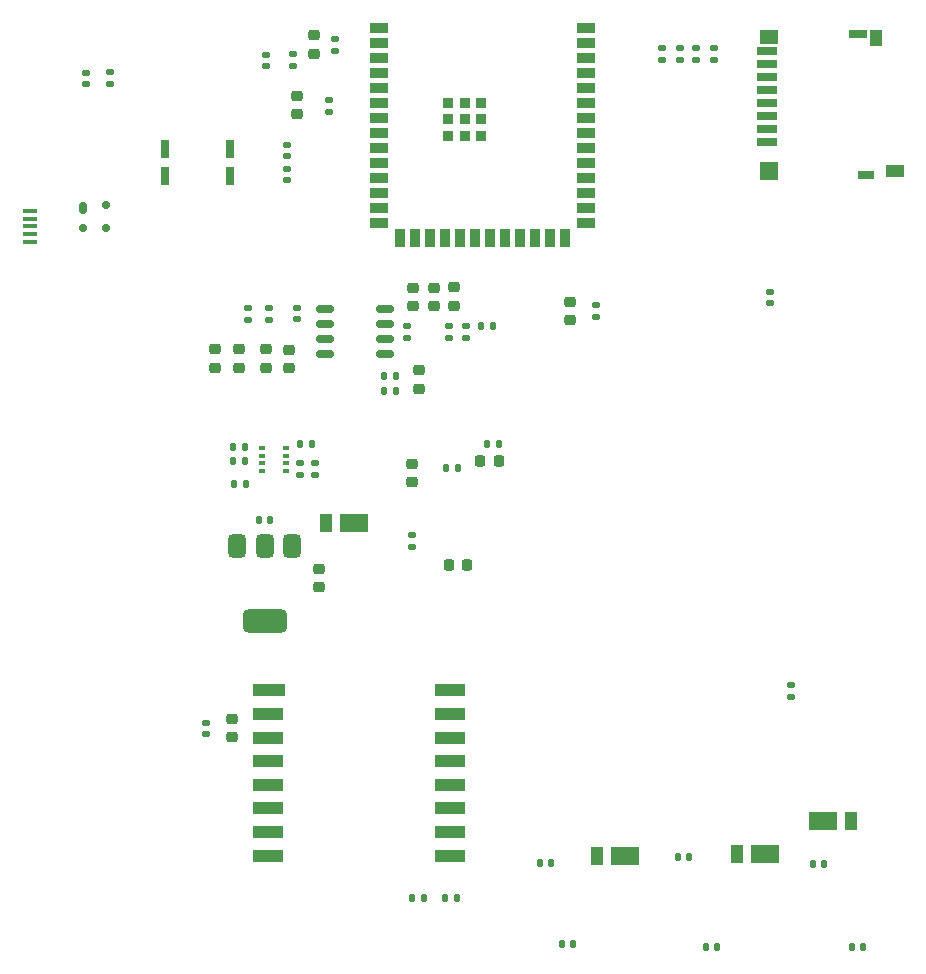
<source format=gbr>
%TF.GenerationSoftware,KiCad,Pcbnew,8.0.7*%
%TF.CreationDate,2025-02-15T14:18:58+03:00*%
%TF.ProjectId,IoT Edge Device V1,496f5420-4564-4676-9520-446576696365,rev?*%
%TF.SameCoordinates,Original*%
%TF.FileFunction,Paste,Top*%
%TF.FilePolarity,Positive*%
%FSLAX46Y46*%
G04 Gerber Fmt 4.6, Leading zero omitted, Abs format (unit mm)*
G04 Created by KiCad (PCBNEW 8.0.7) date 2025-02-15 14:18:58*
%MOMM*%
%LPD*%
G01*
G04 APERTURE LIST*
G04 Aperture macros list*
%AMRoundRect*
0 Rectangle with rounded corners*
0 $1 Rounding radius*
0 $2 $3 $4 $5 $6 $7 $8 $9 X,Y pos of 4 corners*
0 Add a 4 corners polygon primitive as box body*
4,1,4,$2,$3,$4,$5,$6,$7,$8,$9,$2,$3,0*
0 Add four circle primitives for the rounded corners*
1,1,$1+$1,$2,$3*
1,1,$1+$1,$4,$5*
1,1,$1+$1,$6,$7*
1,1,$1+$1,$8,$9*
0 Add four rect primitives between the rounded corners*
20,1,$1+$1,$2,$3,$4,$5,0*
20,1,$1+$1,$4,$5,$6,$7,0*
20,1,$1+$1,$6,$7,$8,$9,0*
20,1,$1+$1,$8,$9,$2,$3,0*%
G04 Aperture macros list end*
%ADD10RoundRect,0.140000X0.170000X-0.140000X0.170000X0.140000X-0.170000X0.140000X-0.170000X-0.140000X0*%
%ADD11RoundRect,0.218750X0.256250X-0.218750X0.256250X0.218750X-0.256250X0.218750X-0.256250X-0.218750X0*%
%ADD12RoundRect,0.135000X0.135000X0.185000X-0.135000X0.185000X-0.135000X-0.185000X0.135000X-0.185000X0*%
%ADD13R,1.050000X1.500000*%
%ADD14R,2.400000X1.500000*%
%ADD15RoundRect,0.140000X-0.140000X-0.170000X0.140000X-0.170000X0.140000X0.170000X-0.140000X0.170000X0*%
%ADD16RoundRect,0.218750X-0.256250X0.218750X-0.256250X-0.218750X0.256250X-0.218750X0.256250X0.218750X0*%
%ADD17R,1.500000X0.900000*%
%ADD18R,0.900000X1.500000*%
%ADD19R,0.900000X0.900000*%
%ADD20R,2.800000X1.100000*%
%ADD21R,2.600000X1.100000*%
%ADD22RoundRect,0.140000X0.140000X0.170000X-0.140000X0.170000X-0.140000X-0.170000X0.140000X-0.170000X0*%
%ADD23R,1.300000X0.450000*%
%ADD24RoundRect,0.140000X-0.170000X0.140000X-0.170000X-0.140000X0.170000X-0.140000X0.170000X0.140000X0*%
%ADD25RoundRect,0.218750X-0.218750X-0.256250X0.218750X-0.256250X0.218750X0.256250X-0.218750X0.256250X0*%
%ADD26RoundRect,0.225000X-0.250000X0.225000X-0.250000X-0.225000X0.250000X-0.225000X0.250000X0.225000X0*%
%ADD27RoundRect,0.135000X0.185000X-0.135000X0.185000X0.135000X-0.185000X0.135000X-0.185000X-0.135000X0*%
%ADD28RoundRect,0.135000X-0.135000X-0.185000X0.135000X-0.185000X0.135000X0.185000X-0.135000X0.185000X0*%
%ADD29RoundRect,0.225000X0.250000X-0.225000X0.250000X0.225000X-0.250000X0.225000X-0.250000X-0.225000X0*%
%ADD30RoundRect,0.135000X-0.185000X0.135000X-0.185000X-0.135000X0.185000X-0.135000X0.185000X0.135000X0*%
%ADD31RoundRect,0.147500X-0.172500X0.147500X-0.172500X-0.147500X0.172500X-0.147500X0.172500X0.147500X0*%
%ADD32R,0.500000X0.350000*%
%ADD33R,0.700000X1.600000*%
%ADD34R,1.750000X0.700000*%
%ADD35R,1.000000X1.450000*%
%ADD36R,1.550000X1.000000*%
%ADD37R,1.500000X0.800000*%
%ADD38R,1.500000X1.300000*%
%ADD39R,1.500000X1.500000*%
%ADD40R,1.400000X0.800000*%
%ADD41RoundRect,0.175000X-0.175000X-0.325000X0.175000X-0.325000X0.175000X0.325000X-0.175000X0.325000X0*%
%ADD42RoundRect,0.150000X-0.200000X-0.150000X0.200000X-0.150000X0.200000X0.150000X-0.200000X0.150000X0*%
%ADD43RoundRect,0.375000X-0.375000X0.625000X-0.375000X-0.625000X0.375000X-0.625000X0.375000X0.625000X0*%
%ADD44RoundRect,0.500000X-1.400000X0.500000X-1.400000X-0.500000X1.400000X-0.500000X1.400000X0.500000X0*%
%ADD45RoundRect,0.178200X-0.584300X-0.151800X0.584300X-0.151800X0.584300X0.151800X-0.584300X0.151800X0*%
%ADD46RoundRect,0.218750X0.218750X0.256250X-0.218750X0.256250X-0.218750X-0.256250X0.218750X-0.256250X0*%
G04 APERTURE END LIST*
D10*
%TO.C,C17*%
X123264000Y-72175000D03*
X123264000Y-71215000D03*
%TD*%
D11*
%TO.C,D10*%
X120588000Y-76316500D03*
X120588000Y-74741500D03*
%TD*%
D12*
%TO.C,R19*%
X118822000Y-83024000D03*
X117802000Y-83024000D03*
%TD*%
D10*
%TO.C,C6*%
X122428000Y-58392000D03*
X122428000Y-57432000D03*
%TD*%
D13*
%TO.C,D5*%
X160527000Y-117475000D03*
D14*
X162902000Y-117475000D03*
%TD*%
D15*
%TO.C,C22*%
X138858000Y-72779000D03*
X139818000Y-72779000D03*
%TD*%
%TO.C,C4*%
X120029000Y-89228000D03*
X120989000Y-89228000D03*
%TD*%
D16*
%TO.C,D9*%
X118338000Y-74741500D03*
X118338000Y-76316500D03*
%TD*%
D10*
%TO.C,C9*%
X105409500Y-52271500D03*
X105409500Y-51311500D03*
%TD*%
D17*
%TO.C,X1*%
X130187500Y-47547500D03*
X130187500Y-48817500D03*
X130187500Y-50087500D03*
X130187500Y-51357500D03*
X130187500Y-52627500D03*
X130187500Y-53897500D03*
X130187500Y-55167500D03*
X130187500Y-56437500D03*
X130187500Y-57707500D03*
X130187500Y-58977500D03*
X130187500Y-60247500D03*
X130187500Y-61517500D03*
X130187500Y-62787500D03*
X130187500Y-64057500D03*
D18*
X131952500Y-65307500D03*
X133222500Y-65307500D03*
X134492500Y-65307500D03*
X135762500Y-65307500D03*
X137032500Y-65307500D03*
X138302500Y-65307500D03*
X139572500Y-65307500D03*
X140842500Y-65307500D03*
X142112500Y-65307500D03*
X143382500Y-65307500D03*
X144652500Y-65307500D03*
X145922500Y-65307500D03*
D17*
X147687500Y-64057500D03*
X147687500Y-62787500D03*
X147687500Y-61517500D03*
X147687500Y-60247500D03*
X147687500Y-58977500D03*
X147687500Y-57707500D03*
X147687500Y-56437500D03*
X147687500Y-55167500D03*
X147687500Y-53897500D03*
X147687500Y-52627500D03*
X147687500Y-51357500D03*
X147687500Y-50087500D03*
X147687500Y-48817500D03*
X147687500Y-47547500D03*
D19*
X137437500Y-55267500D03*
X137437500Y-53867500D03*
X136037500Y-53867500D03*
X136037500Y-55267500D03*
X136037500Y-56667500D03*
X137437500Y-56667500D03*
X138837500Y-56667500D03*
X138837500Y-55267500D03*
X138837500Y-53867500D03*
%TD*%
D20*
%TO.C,U6*%
X120920500Y-103617000D03*
D21*
X120820500Y-105617000D03*
X120820500Y-107617000D03*
X120820500Y-109617000D03*
X120820500Y-111617000D03*
X120820500Y-113617000D03*
X120820500Y-115617000D03*
X120820500Y-117617000D03*
X136220500Y-117617000D03*
X136220500Y-115617000D03*
X136220500Y-113617000D03*
X136220500Y-111617000D03*
X136220500Y-109617000D03*
X136220500Y-107617000D03*
X136220500Y-105617000D03*
X136220500Y-103617000D03*
%TD*%
D22*
%TO.C,C11*%
X144752000Y-118237000D03*
X143792000Y-118237000D03*
%TD*%
D23*
%TO.C,J1*%
X100625000Y-63035000D03*
X100625000Y-63685000D03*
X100625000Y-64335000D03*
X100625000Y-64985000D03*
X100625000Y-65635000D03*
%TD*%
D24*
%TO.C,C8*%
X163322000Y-69850000D03*
X163322000Y-70810000D03*
%TD*%
D22*
%TO.C,C13*%
X156464000Y-117729000D03*
X155504000Y-117729000D03*
%TD*%
D11*
%TO.C,D13*%
X123231500Y-54855500D03*
X123231500Y-53280500D03*
%TD*%
D25*
%TO.C,D16*%
X138746500Y-84224000D03*
X140321500Y-84224000D03*
%TD*%
D10*
%TO.C,C24*%
X115522500Y-107303000D03*
X115522500Y-106343000D03*
%TD*%
D26*
%TO.C,C20*%
X136588000Y-69504000D03*
X136588000Y-71054000D03*
%TD*%
D13*
%TO.C,D4*%
X148628000Y-117602000D03*
D14*
X151003000Y-117602000D03*
%TD*%
D27*
%TO.C,R17*%
X132969000Y-91440000D03*
X132969000Y-90420000D03*
%TD*%
%TO.C,R6*%
X120888000Y-72234000D03*
X120888000Y-71214000D03*
%TD*%
D28*
%TO.C,R18*%
X135864000Y-84774000D03*
X136884000Y-84774000D03*
%TD*%
D29*
%TO.C,C1*%
X124706500Y-49700500D03*
X124706500Y-48150500D03*
%TD*%
D30*
%TO.C,R1*%
X148590000Y-70989000D03*
X148590000Y-72009000D03*
%TD*%
D13*
%TO.C,D6*%
X125730000Y-89408000D03*
D14*
X128105000Y-89408000D03*
%TD*%
D30*
%TO.C,R12*%
X155662000Y-49257500D03*
X155662000Y-50277500D03*
%TD*%
D31*
%TO.C,L1*%
X132588000Y-72794000D03*
X132588000Y-73764000D03*
%TD*%
D15*
%TO.C,C12*%
X157878000Y-125349000D03*
X158838000Y-125349000D03*
%TD*%
D27*
%TO.C,R2*%
X122935500Y-50777500D03*
X122935500Y-49757500D03*
%TD*%
D32*
%TO.C,U8*%
X120260000Y-85049000D03*
X120260000Y-84399000D03*
X120260000Y-83749000D03*
X120260000Y-83099000D03*
X122310000Y-83099000D03*
X122310000Y-83749000D03*
X122310000Y-84399000D03*
X122310000Y-85049000D03*
%TD*%
D12*
%TO.C,R22*%
X124500000Y-82725000D03*
X123480000Y-82725000D03*
%TD*%
D29*
%TO.C,C23*%
X117772500Y-107598000D03*
X117772500Y-106048000D03*
%TD*%
D11*
%TO.C,D8*%
X116338000Y-76316500D03*
X116338000Y-74741500D03*
%TD*%
D16*
%TO.C,D14*%
X132984000Y-84424000D03*
X132984000Y-85999000D03*
%TD*%
D10*
%TO.C,C26*%
X124785000Y-85354000D03*
X124785000Y-84394000D03*
%TD*%
D30*
%TO.C,R3*%
X107441500Y-51281500D03*
X107441500Y-52301500D03*
%TD*%
D33*
%TO.C,Y1*%
X117558000Y-57778000D03*
X112058000Y-57778000D03*
X112058000Y-60078000D03*
X117558000Y-60078000D03*
%TD*%
D12*
%TO.C,R20*%
X118872000Y-84174000D03*
X117852000Y-84174000D03*
%TD*%
D24*
%TO.C,C16*%
X119110000Y-71272000D03*
X119110000Y-72232000D03*
%TD*%
D16*
%TO.C,D12*%
X133588000Y-76491500D03*
X133588000Y-78066500D03*
%TD*%
D34*
%TO.C,J15*%
X163052000Y-57202500D03*
X163052000Y-56102500D03*
X163052000Y-55002500D03*
X163052000Y-53902500D03*
X163052000Y-52802500D03*
X163052000Y-51702500D03*
X163052000Y-50602500D03*
X163052000Y-49502500D03*
D35*
X172277000Y-48377500D03*
D36*
X173852000Y-59602500D03*
D37*
X170777000Y-48052500D03*
D38*
X163177000Y-48302500D03*
D39*
X163177000Y-59652500D03*
D40*
X171427000Y-60002500D03*
%TD*%
D10*
%TO.C,C25*%
X123535000Y-85354000D03*
X123535000Y-84394000D03*
%TD*%
D26*
%TO.C,C18*%
X133088000Y-69529000D03*
X133088000Y-71079000D03*
%TD*%
D12*
%TO.C,R5*%
X136792000Y-121155000D03*
X135772000Y-121155000D03*
%TD*%
D30*
%TO.C,R7*%
X137588000Y-72769000D03*
X137588000Y-73789000D03*
%TD*%
D27*
%TO.C,R10*%
X165093000Y-104190000D03*
X165093000Y-103170000D03*
%TD*%
D10*
%TO.C,C2*%
X126506500Y-49450500D03*
X126506500Y-48490500D03*
%TD*%
D12*
%TO.C,R16*%
X140344000Y-82724000D03*
X139324000Y-82724000D03*
%TD*%
D30*
%TO.C,R14*%
X158562000Y-49257500D03*
X158562000Y-50277500D03*
%TD*%
D24*
%TO.C,C7*%
X122428000Y-59464000D03*
X122428000Y-60424000D03*
%TD*%
D16*
%TO.C,D1*%
X146390000Y-70724000D03*
X146390000Y-72299000D03*
%TD*%
D15*
%TO.C,C14*%
X170256000Y-125355000D03*
X171216000Y-125355000D03*
%TD*%
D41*
%TO.C,D2*%
X105097500Y-62737500D03*
D42*
X105097500Y-64437500D03*
X107097500Y-64437500D03*
X107097500Y-62537500D03*
%TD*%
D30*
%TO.C,R15*%
X125981500Y-53605500D03*
X125981500Y-54625500D03*
%TD*%
%TO.C,R11*%
X154162000Y-49257500D03*
X154162000Y-50277500D03*
%TD*%
D13*
%TO.C,D7*%
X170181000Y-114681000D03*
D14*
X167806000Y-114681000D03*
%TD*%
D10*
%TO.C,C21*%
X136088000Y-73759000D03*
X136088000Y-72799000D03*
%TD*%
D24*
%TO.C,C3*%
X120649500Y-49787500D03*
X120649500Y-50747500D03*
%TD*%
D16*
%TO.C,D11*%
X122588000Y-74779000D03*
X122588000Y-76354000D03*
%TD*%
D12*
%TO.C,R21*%
X118965000Y-86124000D03*
X117945000Y-86124000D03*
%TD*%
D43*
%TO.C,U1*%
X122809000Y-91412000D03*
X120509000Y-91412000D03*
D44*
X120509000Y-97712000D03*
D43*
X118209000Y-91412000D03*
%TD*%
D15*
%TO.C,C10*%
X145694000Y-125095000D03*
X146654000Y-125095000D03*
%TD*%
D45*
%TO.C,U5*%
X125603000Y-71297800D03*
X125603000Y-72567800D03*
X125603000Y-73837800D03*
X125603000Y-75107800D03*
X130683000Y-75107800D03*
X130683000Y-73837800D03*
X130683000Y-72567800D03*
X130683000Y-71297800D03*
%TD*%
D12*
%TO.C,R4*%
X133992000Y-121155000D03*
X132972000Y-121155000D03*
%TD*%
D26*
%TO.C,C19*%
X134838000Y-69529000D03*
X134838000Y-71079000D03*
%TD*%
D30*
%TO.C,R13*%
X157062000Y-49257500D03*
X157062000Y-50277500D03*
%TD*%
D29*
%TO.C,C5*%
X125095000Y-94869000D03*
X125095000Y-93319000D03*
%TD*%
D22*
%TO.C,C15*%
X167896000Y-118280000D03*
X166936000Y-118280000D03*
%TD*%
D28*
%TO.C,R8*%
X130578000Y-77029000D03*
X131598000Y-77029000D03*
%TD*%
D46*
%TO.C,D15*%
X137668000Y-92964000D03*
X136093000Y-92964000D03*
%TD*%
D28*
%TO.C,R9*%
X130578000Y-78279000D03*
X131598000Y-78279000D03*
%TD*%
M02*

</source>
